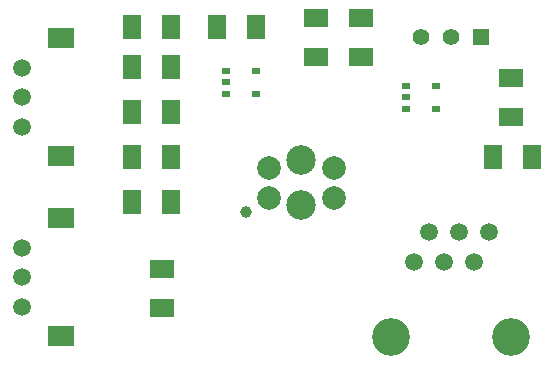
<source format=gts>
%FSLAX34Y34*%
G04 Gerber Fmt 3.4, Leading zero omitted, Abs format*
G04 (created by PCBNEW (2014-jan-25)-product) date Wed 30 Apr 2014 07:54:19 PM MDT*
%MOIN*%
G01*
G70*
G90*
G04 APERTURE LIST*
%ADD10C,0.003937*%
%ADD11R,0.030000X0.020000*%
%ADD12C,0.125984*%
%ADD13C,0.059055*%
%ADD14C,0.078740*%
%ADD15C,0.098425*%
%ADD16C,0.039370*%
%ADD17R,0.080000X0.060000*%
%ADD18R,0.086614X0.070866*%
%ADD19R,0.055000X0.055000*%
%ADD20C,0.055000*%
%ADD21R,0.060000X0.080000*%
G04 APERTURE END LIST*
G54D10*
G54D11*
X52500Y-30625D03*
X52500Y-31375D03*
X53500Y-30625D03*
X52500Y-31000D03*
X53500Y-31375D03*
X58499Y-31125D03*
X58499Y-31875D03*
X59499Y-31125D03*
X58499Y-31500D03*
X59499Y-31875D03*
G54D12*
X62000Y-39500D03*
X58000Y-39500D03*
G54D13*
X61250Y-36000D03*
X60750Y-37000D03*
X60250Y-36000D03*
X59750Y-37000D03*
X59250Y-36000D03*
X58750Y-37000D03*
G54D14*
X53917Y-33850D03*
X56082Y-33850D03*
X53917Y-34850D03*
X56082Y-34850D03*
G54D15*
X55000Y-35098D03*
X55000Y-33601D03*
G54D16*
X53169Y-35314D03*
G54D17*
X55500Y-30150D03*
X55500Y-28850D03*
X57000Y-30150D03*
X57000Y-28850D03*
G54D13*
X45700Y-38484D03*
X45700Y-37500D03*
X45700Y-36515D03*
G54D18*
X47000Y-39468D03*
X47000Y-35531D03*
G54D19*
X61000Y-29500D03*
G54D20*
X60000Y-29500D03*
X59000Y-29500D03*
G54D13*
X45700Y-32484D03*
X45700Y-31500D03*
X45700Y-30515D03*
G54D18*
X47000Y-33468D03*
X47000Y-29531D03*
G54D21*
X61400Y-33500D03*
X62700Y-33500D03*
X50650Y-35000D03*
X49350Y-35000D03*
X50650Y-32000D03*
X49350Y-32000D03*
X49350Y-33500D03*
X50650Y-33500D03*
G54D17*
X61999Y-30850D03*
X61999Y-32150D03*
G54D21*
X50650Y-30500D03*
X49350Y-30500D03*
X50650Y-29150D03*
X49350Y-29150D03*
X53500Y-29150D03*
X52200Y-29150D03*
G54D17*
X50380Y-38510D03*
X50380Y-37210D03*
M02*

</source>
